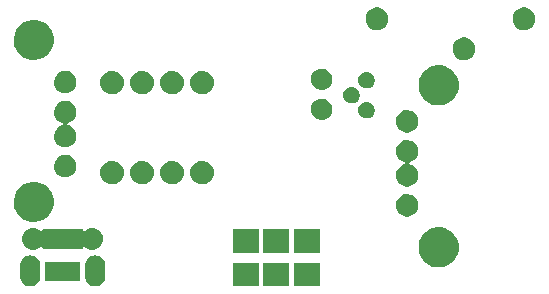
<source format=gts>
G04 #@! TF.FileFunction,Soldermask,Top*
%FSLAX46Y46*%
G04 Gerber Fmt 4.6, Leading zero omitted, Abs format (unit mm)*
G04 Created by KiCad (PCBNEW 4.0.1-stable) date Fri 18 Dec 2015 08:10:57 AM EET*
%MOMM*%
G01*
G04 APERTURE LIST*
%ADD10C,0.100000*%
G04 APERTURE END LIST*
D10*
G36*
X173130430Y-70513690D02*
X170929570Y-70513690D01*
X170929570Y-68516030D01*
X173130430Y-68516030D01*
X173130430Y-70513690D01*
X173130430Y-70513690D01*
G37*
G36*
X175705430Y-70513690D02*
X173504570Y-70513690D01*
X173504570Y-68516030D01*
X175705430Y-68516030D01*
X175705430Y-70513690D01*
X175705430Y-70513690D01*
G37*
G36*
X178280430Y-70513690D02*
X176079570Y-70513690D01*
X176079570Y-68516030D01*
X178280430Y-68516030D01*
X178280430Y-70513690D01*
X178280430Y-70513690D01*
G37*
G36*
X153950845Y-67911567D02*
X153950868Y-67911574D01*
X153950943Y-67911582D01*
X154114076Y-67962080D01*
X154264294Y-68043302D01*
X154395874Y-68152155D01*
X154503806Y-68284492D01*
X154583978Y-68435273D01*
X154633336Y-68598755D01*
X154650000Y-68768710D01*
X154650000Y-69631363D01*
X154649944Y-69639450D01*
X154649943Y-69639457D01*
X154649915Y-69643507D01*
X154630879Y-69813213D01*
X154579243Y-69975989D01*
X154496974Y-70125636D01*
X154387205Y-70256454D01*
X154254118Y-70363459D01*
X154102781Y-70442576D01*
X153938959Y-70490791D01*
X153938898Y-70490797D01*
X153938869Y-70490805D01*
X153768896Y-70506273D01*
X153599155Y-70488433D01*
X153599132Y-70488426D01*
X153599057Y-70488418D01*
X153435924Y-70437920D01*
X153285706Y-70356698D01*
X153154126Y-70247845D01*
X153046194Y-70115508D01*
X152966022Y-69964727D01*
X152916664Y-69801245D01*
X152900000Y-69631290D01*
X152900000Y-68768637D01*
X152900056Y-68760550D01*
X152900057Y-68760543D01*
X152900085Y-68756493D01*
X152919121Y-68586787D01*
X152970757Y-68424011D01*
X153053026Y-68274364D01*
X153162795Y-68143546D01*
X153295882Y-68036541D01*
X153447219Y-67957424D01*
X153611041Y-67909209D01*
X153611102Y-67909203D01*
X153611131Y-67909195D01*
X153781104Y-67893727D01*
X153950845Y-67911567D01*
X153950845Y-67911567D01*
G37*
G36*
X159450845Y-67911567D02*
X159450868Y-67911574D01*
X159450943Y-67911582D01*
X159614076Y-67962080D01*
X159764294Y-68043302D01*
X159895874Y-68152155D01*
X160003806Y-68284492D01*
X160083978Y-68435273D01*
X160133336Y-68598755D01*
X160150000Y-68768710D01*
X160150000Y-69631363D01*
X160149944Y-69639450D01*
X160149943Y-69639457D01*
X160149915Y-69643507D01*
X160130879Y-69813213D01*
X160079243Y-69975989D01*
X159996974Y-70125636D01*
X159887205Y-70256454D01*
X159754118Y-70363459D01*
X159602781Y-70442576D01*
X159438959Y-70490791D01*
X159438898Y-70490797D01*
X159438869Y-70490805D01*
X159268896Y-70506273D01*
X159099155Y-70488433D01*
X159099132Y-70488426D01*
X159099057Y-70488418D01*
X158935924Y-70437920D01*
X158785706Y-70356698D01*
X158654126Y-70247845D01*
X158546194Y-70115508D01*
X158466022Y-69964727D01*
X158416664Y-69801245D01*
X158400000Y-69631290D01*
X158400000Y-68768637D01*
X158400056Y-68760550D01*
X158400057Y-68760543D01*
X158400085Y-68756493D01*
X158419121Y-68586787D01*
X158470757Y-68424011D01*
X158553026Y-68274364D01*
X158662795Y-68143546D01*
X158795882Y-68036541D01*
X158947219Y-67957424D01*
X159111041Y-67909209D01*
X159111102Y-67909203D01*
X159111131Y-67909195D01*
X159281104Y-67893727D01*
X159450845Y-67911567D01*
X159450845Y-67911567D01*
G37*
G36*
X157975000Y-70062540D02*
X155075000Y-70062540D01*
X155075000Y-68462540D01*
X157975000Y-68462540D01*
X157975000Y-70062540D01*
X157975000Y-70062540D01*
G37*
G36*
X188545544Y-65506399D02*
X188872103Y-65573431D01*
X189179411Y-65702611D01*
X189455786Y-65889028D01*
X189690682Y-66125570D01*
X189875160Y-66403234D01*
X190002197Y-66711445D01*
X190066810Y-67037770D01*
X190066810Y-67037786D01*
X190066943Y-67038459D01*
X190061626Y-67419221D01*
X190061475Y-67419884D01*
X190061475Y-67419908D01*
X189987775Y-67744297D01*
X189852181Y-68048847D01*
X189660024Y-68321246D01*
X189418612Y-68551140D01*
X189137142Y-68729766D01*
X188826344Y-68850317D01*
X188498042Y-68908206D01*
X188164754Y-68901224D01*
X187839167Y-68829639D01*
X187533690Y-68696180D01*
X187259946Y-68505922D01*
X187028374Y-68266123D01*
X186847788Y-67985908D01*
X186725069Y-67675955D01*
X186664891Y-67348069D01*
X186669545Y-67014743D01*
X186738855Y-66688663D01*
X186870182Y-66382254D01*
X187058521Y-66107194D01*
X187296699Y-65873953D01*
X187575643Y-65691417D01*
X187884730Y-65566537D01*
X188212190Y-65504070D01*
X188545544Y-65506399D01*
X188545544Y-65506399D01*
G37*
G36*
X178280430Y-67673970D02*
X176079570Y-67673970D01*
X176079570Y-65676310D01*
X178280430Y-65676310D01*
X178280430Y-67673970D01*
X178280430Y-67673970D01*
G37*
G36*
X175705430Y-67673970D02*
X173504570Y-67673970D01*
X173504570Y-65676310D01*
X175705430Y-65676310D01*
X175705430Y-67673970D01*
X175705430Y-67673970D01*
G37*
G36*
X173130430Y-67673970D02*
X170929570Y-67673970D01*
X170929570Y-65676310D01*
X173130430Y-65676310D01*
X173130430Y-67673970D01*
X173130430Y-67673970D01*
G37*
G36*
X159215026Y-65564792D02*
X159215049Y-65564799D01*
X159215124Y-65564807D01*
X159392240Y-65619633D01*
X159555333Y-65707817D01*
X159698192Y-65826001D01*
X159815375Y-65969681D01*
X159902419Y-66133386D01*
X159956007Y-66310880D01*
X159974100Y-66495403D01*
X159974100Y-66504672D01*
X159974036Y-66513805D01*
X159974035Y-66513810D01*
X159974007Y-66517861D01*
X159953340Y-66702113D01*
X159897279Y-66878842D01*
X159807958Y-67041316D01*
X159688780Y-67183346D01*
X159544285Y-67299523D01*
X159379976Y-67385422D01*
X159202112Y-67437770D01*
X159202051Y-67437776D01*
X159202022Y-67437784D01*
X159017473Y-67454578D01*
X158833174Y-67435208D01*
X158833151Y-67435201D01*
X158833076Y-67435193D01*
X158655960Y-67380367D01*
X158492867Y-67292183D01*
X158387215Y-67204780D01*
X158363853Y-67190456D01*
X158336715Y-67183014D01*
X158308579Y-67183427D01*
X158281672Y-67191662D01*
X158258124Y-67207067D01*
X158239801Y-67228423D01*
X158228152Y-67254038D01*
X158224100Y-67282215D01*
X158224100Y-67375000D01*
X154824100Y-67375000D01*
X154824100Y-67283134D01*
X154820141Y-67255275D01*
X154808577Y-67229621D01*
X154790324Y-67208205D01*
X154766828Y-67192722D01*
X154739948Y-67184398D01*
X154711813Y-67183892D01*
X154684651Y-67191244D01*
X154662071Y-67204821D01*
X154544285Y-67299523D01*
X154379976Y-67385422D01*
X154202112Y-67437770D01*
X154202051Y-67437776D01*
X154202022Y-67437784D01*
X154017473Y-67454578D01*
X153833174Y-67435208D01*
X153833151Y-67435201D01*
X153833076Y-67435193D01*
X153655960Y-67380367D01*
X153492867Y-67292183D01*
X153350008Y-67173999D01*
X153232825Y-67030319D01*
X153145781Y-66866614D01*
X153092193Y-66689120D01*
X153074100Y-66504597D01*
X153074100Y-66495323D01*
X153074164Y-66486195D01*
X153074165Y-66486190D01*
X153074193Y-66482139D01*
X153094860Y-66297887D01*
X153150921Y-66121158D01*
X153240242Y-65958684D01*
X153359420Y-65816654D01*
X153503915Y-65700477D01*
X153668224Y-65614578D01*
X153846088Y-65562230D01*
X153846149Y-65562224D01*
X153846178Y-65562216D01*
X154030727Y-65545422D01*
X154215026Y-65564792D01*
X154215049Y-65564799D01*
X154215124Y-65564807D01*
X154392240Y-65619633D01*
X154555333Y-65707817D01*
X154660985Y-65795220D01*
X154684347Y-65809544D01*
X154711485Y-65816986D01*
X154739621Y-65816573D01*
X154766528Y-65808338D01*
X154790076Y-65792933D01*
X154808399Y-65771577D01*
X154820048Y-65745962D01*
X154824100Y-65717785D01*
X154824100Y-65625000D01*
X158224100Y-65625000D01*
X158224100Y-65716866D01*
X158228059Y-65744725D01*
X158239623Y-65770379D01*
X158257876Y-65791795D01*
X158281372Y-65807278D01*
X158308252Y-65815602D01*
X158336387Y-65816108D01*
X158363549Y-65808756D01*
X158386129Y-65795179D01*
X158503915Y-65700477D01*
X158668224Y-65614578D01*
X158846088Y-65562230D01*
X158846149Y-65562224D01*
X158846178Y-65562216D01*
X159030727Y-65545422D01*
X159215026Y-65564792D01*
X159215026Y-65564792D01*
G37*
G36*
X154261544Y-61671259D02*
X154588103Y-61738291D01*
X154895411Y-61867471D01*
X155171786Y-62053888D01*
X155406682Y-62290430D01*
X155591160Y-62568094D01*
X155718197Y-62876305D01*
X155782810Y-63202630D01*
X155782810Y-63202646D01*
X155782943Y-63203319D01*
X155777626Y-63584081D01*
X155777475Y-63584744D01*
X155777475Y-63584768D01*
X155703775Y-63909157D01*
X155568181Y-64213707D01*
X155376024Y-64486106D01*
X155134612Y-64716000D01*
X154853142Y-64894626D01*
X154542344Y-65015177D01*
X154214042Y-65073066D01*
X153880754Y-65066084D01*
X153555167Y-64994499D01*
X153249690Y-64861040D01*
X152975946Y-64670782D01*
X152744374Y-64430983D01*
X152563788Y-64150768D01*
X152441069Y-63840815D01*
X152380891Y-63512929D01*
X152385545Y-63179603D01*
X152454855Y-62853523D01*
X152586182Y-62547114D01*
X152774521Y-62272054D01*
X153012699Y-62038813D01*
X153291643Y-61856277D01*
X153600730Y-61731397D01*
X153928190Y-61668930D01*
X154261544Y-61671259D01*
X154261544Y-61671259D01*
G37*
G36*
X185799848Y-62699200D02*
X185982453Y-62736684D01*
X186154301Y-62808921D01*
X186308852Y-62913167D01*
X186440206Y-63045441D01*
X186543366Y-63200711D01*
X186614407Y-63373069D01*
X186650478Y-63555239D01*
X186650478Y-63555264D01*
X186650610Y-63555932D01*
X186647637Y-63768854D01*
X186647486Y-63769517D01*
X186647486Y-63769541D01*
X186606341Y-63950642D01*
X186530519Y-64120941D01*
X186423063Y-64273268D01*
X186288065Y-64401826D01*
X186130662Y-64501716D01*
X185956869Y-64569126D01*
X185773279Y-64601499D01*
X185586902Y-64597594D01*
X185404835Y-64557565D01*
X185234012Y-64482934D01*
X185080932Y-64376540D01*
X184951438Y-64242445D01*
X184850453Y-64085747D01*
X184781828Y-63912420D01*
X184748176Y-63729066D01*
X184750779Y-63542670D01*
X184789538Y-63360320D01*
X184862973Y-63188983D01*
X184968295Y-63035165D01*
X185101485Y-62904737D01*
X185257470Y-62802663D01*
X185430312Y-62732829D01*
X185613429Y-62697898D01*
X185799848Y-62699200D01*
X185799848Y-62699200D01*
G37*
G36*
X185799848Y-58127200D02*
X185982453Y-58164684D01*
X186154301Y-58236921D01*
X186308852Y-58341167D01*
X186440206Y-58473441D01*
X186543366Y-58628711D01*
X186614407Y-58801069D01*
X186650478Y-58983239D01*
X186650478Y-58983264D01*
X186650610Y-58983932D01*
X186647637Y-59196854D01*
X186647486Y-59197517D01*
X186647486Y-59197541D01*
X186606341Y-59378642D01*
X186530519Y-59548941D01*
X186423063Y-59701268D01*
X186288065Y-59829826D01*
X186130662Y-59929716D01*
X185947724Y-60000673D01*
X185947897Y-60001119D01*
X185937167Y-60004626D01*
X185913914Y-60020473D01*
X185895997Y-60042171D01*
X185884834Y-60068001D01*
X185881309Y-60095919D01*
X185885701Y-60123713D01*
X185897663Y-60149183D01*
X185916247Y-60170313D01*
X185939982Y-60185428D01*
X185961190Y-60192320D01*
X185982457Y-60196685D01*
X186154301Y-60268921D01*
X186308852Y-60373167D01*
X186440206Y-60505441D01*
X186543366Y-60660711D01*
X186614407Y-60833069D01*
X186650478Y-61015239D01*
X186650478Y-61015264D01*
X186650610Y-61015932D01*
X186647637Y-61228854D01*
X186647486Y-61229517D01*
X186647486Y-61229541D01*
X186606341Y-61410642D01*
X186530519Y-61580941D01*
X186423063Y-61733268D01*
X186288065Y-61861826D01*
X186130662Y-61961716D01*
X185956869Y-62029126D01*
X185773279Y-62061499D01*
X185586902Y-62057594D01*
X185404835Y-62017565D01*
X185234012Y-61942934D01*
X185080932Y-61836540D01*
X184951438Y-61702445D01*
X184850453Y-61545747D01*
X184781828Y-61372420D01*
X184748176Y-61189066D01*
X184750779Y-61002670D01*
X184789538Y-60820320D01*
X184862973Y-60648983D01*
X184968295Y-60495165D01*
X185101485Y-60364737D01*
X185257470Y-60262663D01*
X185430312Y-60192829D01*
X185442894Y-60190429D01*
X185469518Y-60181319D01*
X185492550Y-60165153D01*
X185510166Y-60143210D01*
X185520972Y-60117229D01*
X185524112Y-60089265D01*
X185519337Y-60061534D01*
X185507025Y-60036231D01*
X185488152Y-60015360D01*
X185464211Y-60000573D01*
X185445627Y-59994533D01*
X185404836Y-59985565D01*
X185234012Y-59910934D01*
X185080932Y-59804540D01*
X184951438Y-59670445D01*
X184850453Y-59513747D01*
X184781828Y-59340420D01*
X184748176Y-59157066D01*
X184750779Y-58970670D01*
X184789538Y-58788320D01*
X184862973Y-58616983D01*
X184968295Y-58463165D01*
X185101485Y-58332737D01*
X185257470Y-58230663D01*
X185430312Y-58160829D01*
X185613429Y-58125898D01*
X185799848Y-58127200D01*
X185799848Y-58127200D01*
G37*
G36*
X168530980Y-59885572D02*
X168530998Y-59885578D01*
X168531078Y-59885586D01*
X168717516Y-59943298D01*
X168889193Y-60036123D01*
X169039571Y-60160527D01*
X169162921Y-60311769D01*
X169254546Y-60484091D01*
X169310955Y-60670927D01*
X169330000Y-60865161D01*
X169330000Y-60874912D01*
X169329932Y-60884744D01*
X169329931Y-60884752D01*
X169329903Y-60888801D01*
X169308148Y-61082751D01*
X169249135Y-61268781D01*
X169155113Y-61439806D01*
X169029663Y-61589312D01*
X168877563Y-61711603D01*
X168704607Y-61802023D01*
X168517381Y-61857126D01*
X168517315Y-61857132D01*
X168517291Y-61857139D01*
X168323024Y-61874818D01*
X168129020Y-61854428D01*
X168129002Y-61854422D01*
X168128922Y-61854414D01*
X167942484Y-61796702D01*
X167770807Y-61703877D01*
X167620429Y-61579473D01*
X167497079Y-61428231D01*
X167405454Y-61255909D01*
X167349045Y-61069073D01*
X167330000Y-60874839D01*
X167330000Y-60865088D01*
X167330068Y-60855256D01*
X167330069Y-60855248D01*
X167330097Y-60851199D01*
X167351852Y-60657249D01*
X167410865Y-60471219D01*
X167504887Y-60300194D01*
X167630337Y-60150688D01*
X167782437Y-60028397D01*
X167955393Y-59937977D01*
X168142619Y-59882874D01*
X168142685Y-59882868D01*
X168142709Y-59882861D01*
X168336976Y-59865182D01*
X168530980Y-59885572D01*
X168530980Y-59885572D01*
G37*
G36*
X165990980Y-59885572D02*
X165990998Y-59885578D01*
X165991078Y-59885586D01*
X166177516Y-59943298D01*
X166349193Y-60036123D01*
X166499571Y-60160527D01*
X166622921Y-60311769D01*
X166714546Y-60484091D01*
X166770955Y-60670927D01*
X166790000Y-60865161D01*
X166790000Y-60874912D01*
X166789932Y-60884744D01*
X166789931Y-60884752D01*
X166789903Y-60888801D01*
X166768148Y-61082751D01*
X166709135Y-61268781D01*
X166615113Y-61439806D01*
X166489663Y-61589312D01*
X166337563Y-61711603D01*
X166164607Y-61802023D01*
X165977381Y-61857126D01*
X165977315Y-61857132D01*
X165977291Y-61857139D01*
X165783024Y-61874818D01*
X165589020Y-61854428D01*
X165589002Y-61854422D01*
X165588922Y-61854414D01*
X165402484Y-61796702D01*
X165230807Y-61703877D01*
X165080429Y-61579473D01*
X164957079Y-61428231D01*
X164865454Y-61255909D01*
X164809045Y-61069073D01*
X164790000Y-60874839D01*
X164790000Y-60865088D01*
X164790068Y-60855256D01*
X164790069Y-60855248D01*
X164790097Y-60851199D01*
X164811852Y-60657249D01*
X164870865Y-60471219D01*
X164964887Y-60300194D01*
X165090337Y-60150688D01*
X165242437Y-60028397D01*
X165415393Y-59937977D01*
X165602619Y-59882874D01*
X165602685Y-59882868D01*
X165602709Y-59882861D01*
X165796976Y-59865182D01*
X165990980Y-59885572D01*
X165990980Y-59885572D01*
G37*
G36*
X163450980Y-59885572D02*
X163450998Y-59885578D01*
X163451078Y-59885586D01*
X163637516Y-59943298D01*
X163809193Y-60036123D01*
X163959571Y-60160527D01*
X164082921Y-60311769D01*
X164174546Y-60484091D01*
X164230955Y-60670927D01*
X164250000Y-60865161D01*
X164250000Y-60874912D01*
X164249932Y-60884744D01*
X164249931Y-60884752D01*
X164249903Y-60888801D01*
X164228148Y-61082751D01*
X164169135Y-61268781D01*
X164075113Y-61439806D01*
X163949663Y-61589312D01*
X163797563Y-61711603D01*
X163624607Y-61802023D01*
X163437381Y-61857126D01*
X163437315Y-61857132D01*
X163437291Y-61857139D01*
X163243024Y-61874818D01*
X163049020Y-61854428D01*
X163049002Y-61854422D01*
X163048922Y-61854414D01*
X162862484Y-61796702D01*
X162690807Y-61703877D01*
X162540429Y-61579473D01*
X162417079Y-61428231D01*
X162325454Y-61255909D01*
X162269045Y-61069073D01*
X162250000Y-60874839D01*
X162250000Y-60865088D01*
X162250068Y-60855256D01*
X162250069Y-60855248D01*
X162250097Y-60851199D01*
X162271852Y-60657249D01*
X162330865Y-60471219D01*
X162424887Y-60300194D01*
X162550337Y-60150688D01*
X162702437Y-60028397D01*
X162875393Y-59937977D01*
X163062619Y-59882874D01*
X163062685Y-59882868D01*
X163062709Y-59882861D01*
X163256976Y-59865182D01*
X163450980Y-59885572D01*
X163450980Y-59885572D01*
G37*
G36*
X160910980Y-59885572D02*
X160910998Y-59885578D01*
X160911078Y-59885586D01*
X161097516Y-59943298D01*
X161269193Y-60036123D01*
X161419571Y-60160527D01*
X161542921Y-60311769D01*
X161634546Y-60484091D01*
X161690955Y-60670927D01*
X161710000Y-60865161D01*
X161710000Y-60874912D01*
X161709932Y-60884744D01*
X161709931Y-60884752D01*
X161709903Y-60888801D01*
X161688148Y-61082751D01*
X161629135Y-61268781D01*
X161535113Y-61439806D01*
X161409663Y-61589312D01*
X161257563Y-61711603D01*
X161084607Y-61802023D01*
X160897381Y-61857126D01*
X160897315Y-61857132D01*
X160897291Y-61857139D01*
X160703024Y-61874818D01*
X160509020Y-61854428D01*
X160509002Y-61854422D01*
X160508922Y-61854414D01*
X160322484Y-61796702D01*
X160150807Y-61703877D01*
X160000429Y-61579473D01*
X159877079Y-61428231D01*
X159785454Y-61255909D01*
X159729045Y-61069073D01*
X159710000Y-60874839D01*
X159710000Y-60865088D01*
X159710068Y-60855256D01*
X159710069Y-60855248D01*
X159710097Y-60851199D01*
X159731852Y-60657249D01*
X159790865Y-60471219D01*
X159884887Y-60300194D01*
X160010337Y-60150688D01*
X160162437Y-60028397D01*
X160335393Y-59937977D01*
X160522619Y-59882874D01*
X160522685Y-59882868D01*
X160522709Y-59882861D01*
X160716976Y-59865182D01*
X160910980Y-59885572D01*
X160910980Y-59885572D01*
G37*
G36*
X156849848Y-59372060D02*
X157032453Y-59409544D01*
X157204301Y-59481781D01*
X157358852Y-59586027D01*
X157490206Y-59718301D01*
X157593366Y-59873571D01*
X157664407Y-60045929D01*
X157700478Y-60228099D01*
X157700478Y-60228124D01*
X157700610Y-60228792D01*
X157697637Y-60441714D01*
X157697486Y-60442377D01*
X157697486Y-60442401D01*
X157656341Y-60623502D01*
X157580519Y-60793801D01*
X157473063Y-60946128D01*
X157338065Y-61074686D01*
X157180662Y-61174576D01*
X157006869Y-61241986D01*
X156823279Y-61274359D01*
X156636902Y-61270454D01*
X156454835Y-61230425D01*
X156284012Y-61155794D01*
X156130932Y-61049400D01*
X156001438Y-60915305D01*
X155900453Y-60758607D01*
X155831828Y-60585280D01*
X155798176Y-60401926D01*
X155800779Y-60215530D01*
X155839538Y-60033180D01*
X155912973Y-59861843D01*
X156018295Y-59708025D01*
X156151485Y-59577597D01*
X156307470Y-59475523D01*
X156480312Y-59405689D01*
X156663429Y-59370758D01*
X156849848Y-59372060D01*
X156849848Y-59372060D01*
G37*
G36*
X156849848Y-54800060D02*
X157032453Y-54837544D01*
X157204301Y-54909781D01*
X157358852Y-55014027D01*
X157490206Y-55146301D01*
X157593366Y-55301571D01*
X157664407Y-55473929D01*
X157700478Y-55656099D01*
X157700478Y-55656124D01*
X157700610Y-55656792D01*
X157697637Y-55869714D01*
X157697486Y-55870377D01*
X157697486Y-55870401D01*
X157656341Y-56051502D01*
X157580519Y-56221801D01*
X157473063Y-56374128D01*
X157338065Y-56502686D01*
X157180662Y-56602576D01*
X156997724Y-56673533D01*
X156997897Y-56673979D01*
X156987167Y-56677486D01*
X156963914Y-56693333D01*
X156945997Y-56715031D01*
X156934834Y-56740861D01*
X156931309Y-56768779D01*
X156935701Y-56796573D01*
X156947663Y-56822043D01*
X156966247Y-56843173D01*
X156989982Y-56858288D01*
X157011190Y-56865180D01*
X157032457Y-56869545D01*
X157204301Y-56941781D01*
X157358852Y-57046027D01*
X157490206Y-57178301D01*
X157593366Y-57333571D01*
X157664407Y-57505929D01*
X157700478Y-57688099D01*
X157700478Y-57688124D01*
X157700610Y-57688792D01*
X157697637Y-57901714D01*
X157697486Y-57902377D01*
X157697486Y-57902401D01*
X157656341Y-58083502D01*
X157580519Y-58253801D01*
X157473063Y-58406128D01*
X157338065Y-58534686D01*
X157180662Y-58634576D01*
X157006869Y-58701986D01*
X156823279Y-58734359D01*
X156636902Y-58730454D01*
X156454835Y-58690425D01*
X156284012Y-58615794D01*
X156130932Y-58509400D01*
X156001438Y-58375305D01*
X155900453Y-58218607D01*
X155831828Y-58045280D01*
X155798176Y-57861926D01*
X155800779Y-57675530D01*
X155839538Y-57493180D01*
X155912973Y-57321843D01*
X156018295Y-57168025D01*
X156151485Y-57037597D01*
X156307470Y-56935523D01*
X156480312Y-56865689D01*
X156492894Y-56863289D01*
X156519518Y-56854179D01*
X156542550Y-56838013D01*
X156560166Y-56816070D01*
X156570972Y-56790089D01*
X156574112Y-56762125D01*
X156569337Y-56734394D01*
X156557025Y-56709091D01*
X156538152Y-56688220D01*
X156514211Y-56673433D01*
X156495627Y-56667393D01*
X156454836Y-56658425D01*
X156284012Y-56583794D01*
X156130932Y-56477400D01*
X156001438Y-56343305D01*
X155900453Y-56186607D01*
X155831828Y-56013280D01*
X155798176Y-55829926D01*
X155800779Y-55643530D01*
X155839538Y-55461180D01*
X155912973Y-55289843D01*
X156018295Y-55136025D01*
X156151485Y-55005597D01*
X156307470Y-54903523D01*
X156480312Y-54833689D01*
X156663429Y-54798758D01*
X156849848Y-54800060D01*
X156849848Y-54800060D01*
G37*
G36*
X185799848Y-55587200D02*
X185982453Y-55624684D01*
X186154301Y-55696921D01*
X186308852Y-55801167D01*
X186440206Y-55933441D01*
X186543366Y-56088711D01*
X186614407Y-56261069D01*
X186650478Y-56443239D01*
X186650478Y-56443264D01*
X186650610Y-56443932D01*
X186647637Y-56656854D01*
X186647486Y-56657517D01*
X186647486Y-56657541D01*
X186606341Y-56838642D01*
X186530519Y-57008941D01*
X186423063Y-57161268D01*
X186288065Y-57289826D01*
X186130662Y-57389716D01*
X185956869Y-57457126D01*
X185773279Y-57489499D01*
X185586902Y-57485594D01*
X185404835Y-57445565D01*
X185234012Y-57370934D01*
X185080932Y-57264540D01*
X184951438Y-57130445D01*
X184850453Y-56973747D01*
X184781828Y-56800420D01*
X184748176Y-56617066D01*
X184750779Y-56430670D01*
X184789538Y-56248320D01*
X184862973Y-56076983D01*
X184968295Y-55923165D01*
X185101485Y-55792737D01*
X185257470Y-55690663D01*
X185430312Y-55620829D01*
X185613429Y-55585898D01*
X185799848Y-55587200D01*
X185799848Y-55587200D01*
G37*
G36*
X178544378Y-54622095D02*
X178716981Y-54657525D01*
X178879414Y-54725805D01*
X179025500Y-54824342D01*
X179149662Y-54949373D01*
X179247169Y-55096135D01*
X179314318Y-55259051D01*
X179348406Y-55431204D01*
X179348406Y-55431230D01*
X179348538Y-55431898D01*
X179345728Y-55633157D01*
X179345576Y-55633825D01*
X179345576Y-55633844D01*
X179306694Y-55804986D01*
X179235026Y-55965953D01*
X179133453Y-56109943D01*
X179005850Y-56231457D01*
X178857075Y-56325872D01*
X178692797Y-56389592D01*
X178519265Y-56420191D01*
X178343099Y-56416500D01*
X178171001Y-56378662D01*
X178009537Y-56308121D01*
X177864845Y-56207557D01*
X177742442Y-56080805D01*
X177646990Y-55932692D01*
X177582122Y-55768857D01*
X177550315Y-55595549D01*
X177552775Y-55419363D01*
X177589410Y-55247006D01*
X177658826Y-55085046D01*
X177758377Y-54939657D01*
X177884270Y-54816373D01*
X178031709Y-54719891D01*
X178195088Y-54653883D01*
X178368172Y-54620864D01*
X178544378Y-54622095D01*
X178544378Y-54622095D01*
G37*
G36*
X182318569Y-54895083D02*
X182453112Y-54922701D01*
X182579729Y-54975925D01*
X182693603Y-55052734D01*
X182790385Y-55150194D01*
X182866394Y-55264596D01*
X182918737Y-55391591D01*
X182945278Y-55525631D01*
X182945278Y-55525656D01*
X182945410Y-55526324D01*
X182943220Y-55683206D01*
X182943068Y-55683874D01*
X182943068Y-55683893D01*
X182912794Y-55817143D01*
X182856926Y-55942624D01*
X182777752Y-56054861D01*
X182678288Y-56149580D01*
X182562312Y-56223180D01*
X182434263Y-56272847D01*
X182298992Y-56296700D01*
X182161669Y-56293822D01*
X182027522Y-56264329D01*
X181901660Y-56209341D01*
X181788870Y-56130949D01*
X181693458Y-56032148D01*
X181619053Y-55916693D01*
X181568488Y-55788982D01*
X181543695Y-55653890D01*
X181545612Y-55516555D01*
X181574171Y-55382200D01*
X181628280Y-55255953D01*
X181705880Y-55142621D01*
X181804013Y-55046522D01*
X181918943Y-54971314D01*
X182046293Y-54919861D01*
X182181214Y-54894123D01*
X182318569Y-54895083D01*
X182318569Y-54895083D01*
G37*
G36*
X188545544Y-51790399D02*
X188872103Y-51857431D01*
X189179411Y-51986611D01*
X189455786Y-52173028D01*
X189690682Y-52409570D01*
X189875160Y-52687234D01*
X190002197Y-52995445D01*
X190066810Y-53321770D01*
X190066810Y-53321786D01*
X190066943Y-53322459D01*
X190061626Y-53703221D01*
X190061475Y-53703884D01*
X190061475Y-53703908D01*
X189987775Y-54028297D01*
X189852181Y-54332847D01*
X189660024Y-54605246D01*
X189418612Y-54835140D01*
X189137142Y-55013766D01*
X188826344Y-55134317D01*
X188498042Y-55192206D01*
X188164754Y-55185224D01*
X187839167Y-55113639D01*
X187533690Y-54980180D01*
X187259946Y-54789922D01*
X187028374Y-54550123D01*
X186847788Y-54269908D01*
X186725069Y-53959955D01*
X186664891Y-53632069D01*
X186669545Y-53298743D01*
X186738855Y-52972663D01*
X186870182Y-52666254D01*
X187058521Y-52391194D01*
X187296699Y-52157953D01*
X187575643Y-51975417D01*
X187884730Y-51850537D01*
X188212190Y-51788070D01*
X188545544Y-51790399D01*
X188545544Y-51790399D01*
G37*
G36*
X181048569Y-53625083D02*
X181183112Y-53652701D01*
X181309729Y-53705925D01*
X181423603Y-53782734D01*
X181520385Y-53880194D01*
X181596394Y-53994596D01*
X181648737Y-54121591D01*
X181675278Y-54255631D01*
X181675278Y-54255656D01*
X181675410Y-54256324D01*
X181673220Y-54413206D01*
X181673068Y-54413874D01*
X181673068Y-54413893D01*
X181642794Y-54547143D01*
X181586926Y-54672624D01*
X181507752Y-54784861D01*
X181408288Y-54879580D01*
X181292312Y-54953180D01*
X181164263Y-55002847D01*
X181028992Y-55026700D01*
X180891669Y-55023822D01*
X180757522Y-54994329D01*
X180631660Y-54939341D01*
X180518870Y-54860949D01*
X180423458Y-54762148D01*
X180349053Y-54646693D01*
X180298488Y-54518982D01*
X180273695Y-54383890D01*
X180275612Y-54246555D01*
X180304171Y-54112200D01*
X180358280Y-53985953D01*
X180435880Y-53872621D01*
X180534013Y-53776522D01*
X180648943Y-53701314D01*
X180776293Y-53649861D01*
X180911214Y-53624123D01*
X181048569Y-53625083D01*
X181048569Y-53625083D01*
G37*
G36*
X165990980Y-52265572D02*
X165990998Y-52265578D01*
X165991078Y-52265586D01*
X166177516Y-52323298D01*
X166349193Y-52416123D01*
X166499571Y-52540527D01*
X166622921Y-52691769D01*
X166714546Y-52864091D01*
X166770955Y-53050927D01*
X166790000Y-53245161D01*
X166790000Y-53254912D01*
X166789932Y-53264744D01*
X166789931Y-53264752D01*
X166789903Y-53268801D01*
X166768148Y-53462751D01*
X166709135Y-53648781D01*
X166615113Y-53819806D01*
X166489663Y-53969312D01*
X166337563Y-54091603D01*
X166164607Y-54182023D01*
X165977381Y-54237126D01*
X165977315Y-54237132D01*
X165977291Y-54237139D01*
X165783024Y-54254818D01*
X165589020Y-54234428D01*
X165589002Y-54234422D01*
X165588922Y-54234414D01*
X165402484Y-54176702D01*
X165230807Y-54083877D01*
X165080429Y-53959473D01*
X164957079Y-53808231D01*
X164865454Y-53635909D01*
X164809045Y-53449073D01*
X164790000Y-53254839D01*
X164790000Y-53245088D01*
X164790068Y-53235256D01*
X164790069Y-53235248D01*
X164790097Y-53231199D01*
X164811852Y-53037249D01*
X164870865Y-52851219D01*
X164964887Y-52680194D01*
X165090337Y-52530688D01*
X165242437Y-52408397D01*
X165415393Y-52317977D01*
X165602619Y-52262874D01*
X165602685Y-52262868D01*
X165602709Y-52262861D01*
X165796976Y-52245182D01*
X165990980Y-52265572D01*
X165990980Y-52265572D01*
G37*
G36*
X160910980Y-52265572D02*
X160910998Y-52265578D01*
X160911078Y-52265586D01*
X161097516Y-52323298D01*
X161269193Y-52416123D01*
X161419571Y-52540527D01*
X161542921Y-52691769D01*
X161634546Y-52864091D01*
X161690955Y-53050927D01*
X161710000Y-53245161D01*
X161710000Y-53254912D01*
X161709932Y-53264744D01*
X161709931Y-53264752D01*
X161709903Y-53268801D01*
X161688148Y-53462751D01*
X161629135Y-53648781D01*
X161535113Y-53819806D01*
X161409663Y-53969312D01*
X161257563Y-54091603D01*
X161084607Y-54182023D01*
X160897381Y-54237126D01*
X160897315Y-54237132D01*
X160897291Y-54237139D01*
X160703024Y-54254818D01*
X160509020Y-54234428D01*
X160509002Y-54234422D01*
X160508922Y-54234414D01*
X160322484Y-54176702D01*
X160150807Y-54083877D01*
X160000429Y-53959473D01*
X159877079Y-53808231D01*
X159785454Y-53635909D01*
X159729045Y-53449073D01*
X159710000Y-53254839D01*
X159710000Y-53245088D01*
X159710068Y-53235256D01*
X159710069Y-53235248D01*
X159710097Y-53231199D01*
X159731852Y-53037249D01*
X159790865Y-52851219D01*
X159884887Y-52680194D01*
X160010337Y-52530688D01*
X160162437Y-52408397D01*
X160335393Y-52317977D01*
X160522619Y-52262874D01*
X160522685Y-52262868D01*
X160522709Y-52262861D01*
X160716976Y-52245182D01*
X160910980Y-52265572D01*
X160910980Y-52265572D01*
G37*
G36*
X163450980Y-52265572D02*
X163450998Y-52265578D01*
X163451078Y-52265586D01*
X163637516Y-52323298D01*
X163809193Y-52416123D01*
X163959571Y-52540527D01*
X164082921Y-52691769D01*
X164174546Y-52864091D01*
X164230955Y-53050927D01*
X164250000Y-53245161D01*
X164250000Y-53254912D01*
X164249932Y-53264744D01*
X164249931Y-53264752D01*
X164249903Y-53268801D01*
X164228148Y-53462751D01*
X164169135Y-53648781D01*
X164075113Y-53819806D01*
X163949663Y-53969312D01*
X163797563Y-54091603D01*
X163624607Y-54182023D01*
X163437381Y-54237126D01*
X163437315Y-54237132D01*
X163437291Y-54237139D01*
X163243024Y-54254818D01*
X163049020Y-54234428D01*
X163049002Y-54234422D01*
X163048922Y-54234414D01*
X162862484Y-54176702D01*
X162690807Y-54083877D01*
X162540429Y-53959473D01*
X162417079Y-53808231D01*
X162325454Y-53635909D01*
X162269045Y-53449073D01*
X162250000Y-53254839D01*
X162250000Y-53245088D01*
X162250068Y-53235256D01*
X162250069Y-53235248D01*
X162250097Y-53231199D01*
X162271852Y-53037249D01*
X162330865Y-52851219D01*
X162424887Y-52680194D01*
X162550337Y-52530688D01*
X162702437Y-52408397D01*
X162875393Y-52317977D01*
X163062619Y-52262874D01*
X163062685Y-52262868D01*
X163062709Y-52262861D01*
X163256976Y-52245182D01*
X163450980Y-52265572D01*
X163450980Y-52265572D01*
G37*
G36*
X168530980Y-52265572D02*
X168530998Y-52265578D01*
X168531078Y-52265586D01*
X168717516Y-52323298D01*
X168889193Y-52416123D01*
X169039571Y-52540527D01*
X169162921Y-52691769D01*
X169254546Y-52864091D01*
X169310955Y-53050927D01*
X169330000Y-53245161D01*
X169330000Y-53254912D01*
X169329932Y-53264744D01*
X169329931Y-53264752D01*
X169329903Y-53268801D01*
X169308148Y-53462751D01*
X169249135Y-53648781D01*
X169155113Y-53819806D01*
X169029663Y-53969312D01*
X168877563Y-54091603D01*
X168704607Y-54182023D01*
X168517381Y-54237126D01*
X168517315Y-54237132D01*
X168517291Y-54237139D01*
X168323024Y-54254818D01*
X168129020Y-54234428D01*
X168129002Y-54234422D01*
X168128922Y-54234414D01*
X167942484Y-54176702D01*
X167770807Y-54083877D01*
X167620429Y-53959473D01*
X167497079Y-53808231D01*
X167405454Y-53635909D01*
X167349045Y-53449073D01*
X167330000Y-53254839D01*
X167330000Y-53245088D01*
X167330068Y-53235256D01*
X167330069Y-53235248D01*
X167330097Y-53231199D01*
X167351852Y-53037249D01*
X167410865Y-52851219D01*
X167504887Y-52680194D01*
X167630337Y-52530688D01*
X167782437Y-52408397D01*
X167955393Y-52317977D01*
X168142619Y-52262874D01*
X168142685Y-52262868D01*
X168142709Y-52262861D01*
X168336976Y-52245182D01*
X168530980Y-52265572D01*
X168530980Y-52265572D01*
G37*
G36*
X156849848Y-52260060D02*
X157032453Y-52297544D01*
X157204301Y-52369781D01*
X157358852Y-52474027D01*
X157490206Y-52606301D01*
X157593366Y-52761571D01*
X157664407Y-52933929D01*
X157700478Y-53116099D01*
X157700478Y-53116124D01*
X157700610Y-53116792D01*
X157697637Y-53329714D01*
X157697486Y-53330377D01*
X157697486Y-53330401D01*
X157656341Y-53511502D01*
X157580519Y-53681801D01*
X157473063Y-53834128D01*
X157338065Y-53962686D01*
X157180662Y-54062576D01*
X157006869Y-54129986D01*
X156823279Y-54162359D01*
X156636902Y-54158454D01*
X156454835Y-54118425D01*
X156284012Y-54043794D01*
X156130932Y-53937400D01*
X156001438Y-53803305D01*
X155900453Y-53646607D01*
X155831828Y-53473280D01*
X155798176Y-53289926D01*
X155800779Y-53103530D01*
X155839538Y-52921180D01*
X155912973Y-52749843D01*
X156018295Y-52596025D01*
X156151485Y-52465597D01*
X156307470Y-52363523D01*
X156480312Y-52293689D01*
X156663429Y-52258758D01*
X156849848Y-52260060D01*
X156849848Y-52260060D01*
G37*
G36*
X178544378Y-52082095D02*
X178716981Y-52117525D01*
X178879414Y-52185805D01*
X179025500Y-52284342D01*
X179149662Y-52409373D01*
X179247169Y-52556135D01*
X179314318Y-52719051D01*
X179348406Y-52891204D01*
X179348406Y-52891230D01*
X179348538Y-52891898D01*
X179345728Y-53093157D01*
X179345576Y-53093825D01*
X179345576Y-53093844D01*
X179306694Y-53264986D01*
X179235026Y-53425953D01*
X179133453Y-53569943D01*
X179005850Y-53691457D01*
X178857075Y-53785872D01*
X178692797Y-53849592D01*
X178519265Y-53880191D01*
X178343099Y-53876500D01*
X178171001Y-53838662D01*
X178009537Y-53768121D01*
X177864845Y-53667557D01*
X177742442Y-53540805D01*
X177646990Y-53392692D01*
X177582122Y-53228857D01*
X177550315Y-53055549D01*
X177552775Y-52879363D01*
X177589410Y-52707006D01*
X177658826Y-52545046D01*
X177758377Y-52399657D01*
X177884270Y-52276373D01*
X178031709Y-52179891D01*
X178195088Y-52113883D01*
X178368172Y-52080864D01*
X178544378Y-52082095D01*
X178544378Y-52082095D01*
G37*
G36*
X182318569Y-52355083D02*
X182453112Y-52382701D01*
X182579729Y-52435925D01*
X182693603Y-52512734D01*
X182790385Y-52610194D01*
X182866394Y-52724596D01*
X182918737Y-52851591D01*
X182945278Y-52985631D01*
X182945278Y-52985656D01*
X182945410Y-52986324D01*
X182943220Y-53143206D01*
X182943068Y-53143874D01*
X182943068Y-53143893D01*
X182912794Y-53277143D01*
X182856926Y-53402624D01*
X182777752Y-53514861D01*
X182678288Y-53609580D01*
X182562312Y-53683180D01*
X182434263Y-53732847D01*
X182298992Y-53756700D01*
X182161669Y-53753822D01*
X182027522Y-53724329D01*
X181901660Y-53669341D01*
X181788870Y-53590949D01*
X181693458Y-53492148D01*
X181619053Y-53376693D01*
X181568488Y-53248982D01*
X181543695Y-53113890D01*
X181545612Y-52976555D01*
X181574171Y-52842200D01*
X181628280Y-52715953D01*
X181705880Y-52602621D01*
X181804013Y-52506522D01*
X181918943Y-52431314D01*
X182046293Y-52379861D01*
X182181214Y-52354123D01*
X182318569Y-52355083D01*
X182318569Y-52355083D01*
G37*
G36*
X190601043Y-49438637D02*
X190785852Y-49476572D01*
X190959766Y-49549679D01*
X191116174Y-49655177D01*
X191249107Y-49789042D01*
X191353508Y-49946179D01*
X191425402Y-50120605D01*
X191461909Y-50304981D01*
X191461909Y-50304998D01*
X191462042Y-50305671D01*
X191459033Y-50521154D01*
X191458881Y-50521822D01*
X191458881Y-50521841D01*
X191417241Y-50705123D01*
X191340503Y-50877479D01*
X191231758Y-51031634D01*
X191095136Y-51161736D01*
X190935841Y-51262828D01*
X190759958Y-51331049D01*
X190574160Y-51363811D01*
X190385544Y-51359859D01*
X190201285Y-51319347D01*
X190028406Y-51243818D01*
X189873490Y-51136149D01*
X189742436Y-51000439D01*
X189640237Y-50841857D01*
X189570787Y-50666446D01*
X189536731Y-50480887D01*
X189539364Y-50292250D01*
X189578590Y-50107707D01*
X189652908Y-49934310D01*
X189759497Y-49778642D01*
X189894285Y-49646648D01*
X190052153Y-49543342D01*
X190227069Y-49472671D01*
X190412388Y-49437319D01*
X190601043Y-49438637D01*
X190601043Y-49438637D01*
G37*
G36*
X154261544Y-47955259D02*
X154588103Y-48022291D01*
X154895411Y-48151471D01*
X155171786Y-48337888D01*
X155406682Y-48574430D01*
X155591160Y-48852094D01*
X155718197Y-49160305D01*
X155782810Y-49486630D01*
X155782810Y-49486646D01*
X155782943Y-49487319D01*
X155777626Y-49868081D01*
X155777475Y-49868744D01*
X155777475Y-49868768D01*
X155703775Y-50193157D01*
X155568181Y-50497707D01*
X155376024Y-50770106D01*
X155134612Y-51000000D01*
X154853142Y-51178626D01*
X154542344Y-51299177D01*
X154214042Y-51357066D01*
X153880754Y-51350084D01*
X153555167Y-51278499D01*
X153249690Y-51145040D01*
X152975946Y-50954782D01*
X152744374Y-50714983D01*
X152563788Y-50434768D01*
X152441069Y-50124815D01*
X152380891Y-49796929D01*
X152385545Y-49463603D01*
X152454855Y-49137523D01*
X152586182Y-48831114D01*
X152774521Y-48556054D01*
X153012699Y-48322813D01*
X153291643Y-48140277D01*
X153600730Y-48015397D01*
X153928190Y-47952930D01*
X154261544Y-47955259D01*
X154261544Y-47955259D01*
G37*
G36*
X183235043Y-46898637D02*
X183419852Y-46936572D01*
X183593766Y-47009679D01*
X183750174Y-47115177D01*
X183883107Y-47249042D01*
X183987508Y-47406179D01*
X184059402Y-47580605D01*
X184095909Y-47764981D01*
X184095909Y-47764998D01*
X184096042Y-47765671D01*
X184093033Y-47981154D01*
X184092881Y-47981822D01*
X184092881Y-47981841D01*
X184051241Y-48165123D01*
X183974503Y-48337479D01*
X183865758Y-48491634D01*
X183729136Y-48621736D01*
X183569841Y-48722828D01*
X183393958Y-48791049D01*
X183208160Y-48823811D01*
X183019544Y-48819859D01*
X182835285Y-48779347D01*
X182662406Y-48703818D01*
X182507490Y-48596149D01*
X182376436Y-48460439D01*
X182274237Y-48301857D01*
X182204787Y-48126446D01*
X182170731Y-47940887D01*
X182173364Y-47752250D01*
X182212590Y-47567707D01*
X182286908Y-47394310D01*
X182393497Y-47238642D01*
X182528285Y-47106648D01*
X182686153Y-47003342D01*
X182861069Y-46932671D01*
X183046388Y-46897319D01*
X183235043Y-46898637D01*
X183235043Y-46898637D01*
G37*
G36*
X195681043Y-46898637D02*
X195865852Y-46936572D01*
X196039766Y-47009679D01*
X196196174Y-47115177D01*
X196329107Y-47249042D01*
X196433508Y-47406179D01*
X196505402Y-47580605D01*
X196541909Y-47764981D01*
X196541909Y-47764998D01*
X196542042Y-47765671D01*
X196539033Y-47981154D01*
X196538881Y-47981822D01*
X196538881Y-47981841D01*
X196497241Y-48165123D01*
X196420503Y-48337479D01*
X196311758Y-48491634D01*
X196175136Y-48621736D01*
X196015841Y-48722828D01*
X195839958Y-48791049D01*
X195654160Y-48823811D01*
X195465544Y-48819859D01*
X195281285Y-48779347D01*
X195108406Y-48703818D01*
X194953490Y-48596149D01*
X194822436Y-48460439D01*
X194720237Y-48301857D01*
X194650787Y-48126446D01*
X194616731Y-47940887D01*
X194619364Y-47752250D01*
X194658590Y-47567707D01*
X194732908Y-47394310D01*
X194839497Y-47238642D01*
X194974285Y-47106648D01*
X195132153Y-47003342D01*
X195307069Y-46932671D01*
X195492388Y-46897319D01*
X195681043Y-46898637D01*
X195681043Y-46898637D01*
G37*
M02*

</source>
